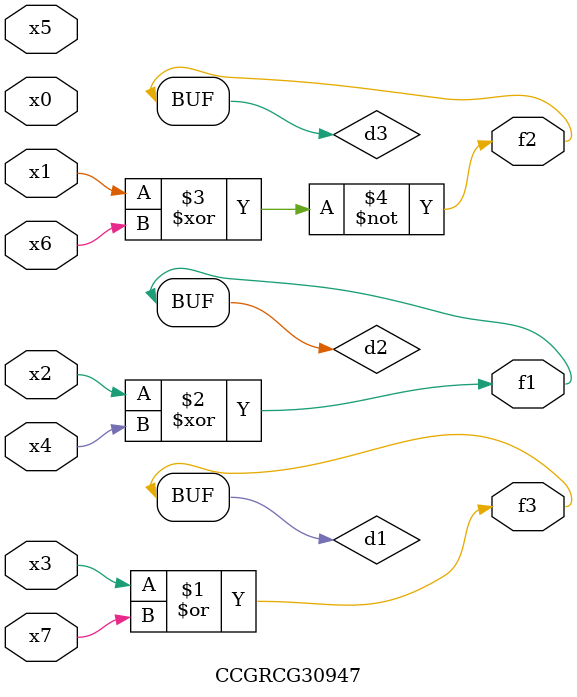
<source format=v>
module CCGRCG30947(
	input x0, x1, x2, x3, x4, x5, x6, x7,
	output f1, f2, f3
);

	wire d1, d2, d3;

	or (d1, x3, x7);
	xor (d2, x2, x4);
	xnor (d3, x1, x6);
	assign f1 = d2;
	assign f2 = d3;
	assign f3 = d1;
endmodule

</source>
